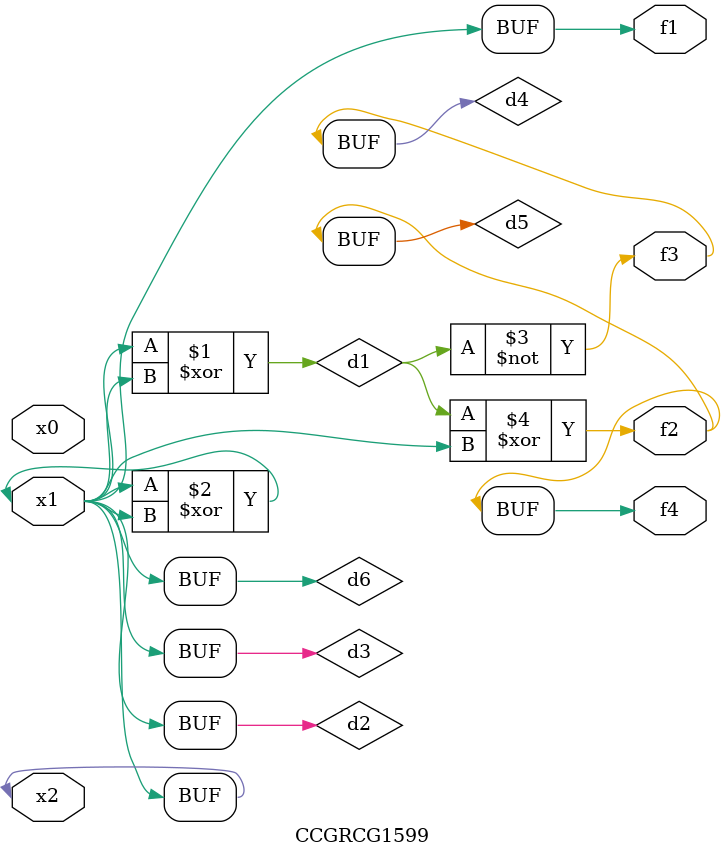
<source format=v>
module CCGRCG1599(
	input x0, x1, x2,
	output f1, f2, f3, f4
);

	wire d1, d2, d3, d4, d5, d6;

	xor (d1, x1, x2);
	buf (d2, x1, x2);
	xor (d3, x1, x2);
	nor (d4, d1);
	xor (d5, d1, d2);
	buf (d6, d2, d3);
	assign f1 = d6;
	assign f2 = d5;
	assign f3 = d4;
	assign f4 = d5;
endmodule

</source>
